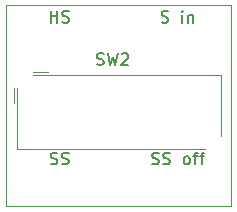
<source format=gto>
G04 #@! TF.GenerationSoftware,KiCad,Pcbnew,6.0.1-79c1e3a40b~116~ubuntu20.04.1*
G04 #@! TF.CreationDate,2022-01-30T07:26:50-05:00*
G04 #@! TF.ProjectId,herovco_switch,6865726f-7663-46f5-9f73-77697463682e,rev?*
G04 #@! TF.SameCoordinates,Original*
G04 #@! TF.FileFunction,Legend,Top*
G04 #@! TF.FilePolarity,Positive*
%FSLAX46Y46*%
G04 Gerber Fmt 4.6, Leading zero omitted, Abs format (unit mm)*
G04 Created by KiCad (PCBNEW 6.0.1-79c1e3a40b~116~ubuntu20.04.1) date 2022-01-30 07:26:50*
%MOMM*%
%LPD*%
G01*
G04 APERTURE LIST*
%ADD10C,0.120000*%
%ADD11C,0.150000*%
G04 APERTURE END LIST*
D10*
X159499999Y-108499999D02*
X140499999Y-108499999D01*
X140499999Y-108499999D02*
X140499999Y-91499999D01*
X159499999Y-91499999D02*
X159499999Y-108499999D01*
X159499999Y-91499999D02*
X140499999Y-91499999D01*
D11*
X144238094Y-104904760D02*
X144380951Y-104952379D01*
X144619046Y-104952379D01*
X144714284Y-104904760D01*
X144761903Y-104857141D01*
X144809522Y-104761903D01*
X144809522Y-104666665D01*
X144761903Y-104571427D01*
X144714284Y-104523808D01*
X144619046Y-104476189D01*
X144428570Y-104428570D01*
X144333332Y-104380951D01*
X144285713Y-104333332D01*
X144238094Y-104238094D01*
X144238094Y-104142856D01*
X144285713Y-104047618D01*
X144333332Y-103999999D01*
X144428570Y-103952379D01*
X144666665Y-103952379D01*
X144809522Y-103999999D01*
X145190475Y-104904760D02*
X145333332Y-104952379D01*
X145571427Y-104952379D01*
X145666665Y-104904760D01*
X145714284Y-104857141D01*
X145761903Y-104761903D01*
X145761903Y-104666665D01*
X145714284Y-104571427D01*
X145666665Y-104523808D01*
X145571427Y-104476189D01*
X145380951Y-104428570D01*
X145285713Y-104380951D01*
X145238094Y-104333332D01*
X145190475Y-104238094D01*
X145190475Y-104142856D01*
X145238094Y-104047618D01*
X145285713Y-103999999D01*
X145380951Y-103952379D01*
X145619046Y-103952379D01*
X145761903Y-103999999D01*
X144238094Y-92952379D02*
X144238094Y-91952379D01*
X144238094Y-92428570D02*
X144809522Y-92428570D01*
X144809522Y-92952379D02*
X144809522Y-91952379D01*
X145238094Y-92904760D02*
X145380951Y-92952379D01*
X145619046Y-92952379D01*
X145714284Y-92904760D01*
X145761903Y-92857141D01*
X145809522Y-92761903D01*
X145809522Y-92666665D01*
X145761903Y-92571427D01*
X145714284Y-92523808D01*
X145619046Y-92476189D01*
X145428570Y-92428570D01*
X145333332Y-92380951D01*
X145285713Y-92333332D01*
X145238094Y-92238094D01*
X145238094Y-92142856D01*
X145285713Y-92047618D01*
X145333332Y-91999999D01*
X145428570Y-91952379D01*
X145666665Y-91952379D01*
X145809522Y-91999999D01*
X152833332Y-104904760D02*
X152976189Y-104952379D01*
X153214284Y-104952379D01*
X153309522Y-104904760D01*
X153357141Y-104857141D01*
X153404760Y-104761903D01*
X153404760Y-104666665D01*
X153357141Y-104571427D01*
X153309522Y-104523808D01*
X153214284Y-104476189D01*
X153023808Y-104428570D01*
X152928570Y-104380951D01*
X152880951Y-104333332D01*
X152833332Y-104238094D01*
X152833332Y-104142856D01*
X152880951Y-104047618D01*
X152928570Y-103999999D01*
X153023808Y-103952379D01*
X153261903Y-103952379D01*
X153404760Y-103999999D01*
X153785713Y-104904760D02*
X153928570Y-104952379D01*
X154166665Y-104952379D01*
X154261903Y-104904760D01*
X154309522Y-104857141D01*
X154357141Y-104761903D01*
X154357141Y-104666665D01*
X154309522Y-104571427D01*
X154261903Y-104523808D01*
X154166665Y-104476189D01*
X153976189Y-104428570D01*
X153880951Y-104380951D01*
X153833332Y-104333332D01*
X153785713Y-104238094D01*
X153785713Y-104142856D01*
X153833332Y-104047618D01*
X153880951Y-103999999D01*
X153976189Y-103952379D01*
X154214284Y-103952379D01*
X154357141Y-103999999D01*
X155690475Y-104952379D02*
X155595237Y-104904760D01*
X155547618Y-104857141D01*
X155499999Y-104761903D01*
X155499999Y-104476189D01*
X155547618Y-104380951D01*
X155595237Y-104333332D01*
X155690475Y-104285713D01*
X155833332Y-104285713D01*
X155928570Y-104333332D01*
X155976189Y-104380951D01*
X156023808Y-104476189D01*
X156023808Y-104761903D01*
X155976189Y-104857141D01*
X155928570Y-104904760D01*
X155833332Y-104952379D01*
X155690475Y-104952379D01*
X156309522Y-104285713D02*
X156690475Y-104285713D01*
X156452379Y-104952379D02*
X156452379Y-104095237D01*
X156499999Y-103999999D01*
X156595237Y-103952379D01*
X156690475Y-103952379D01*
X156880951Y-104285713D02*
X157261903Y-104285713D01*
X157023808Y-104952379D02*
X157023808Y-104095237D01*
X157071427Y-103999999D01*
X157166665Y-103952379D01*
X157261903Y-103952379D01*
X153642856Y-92904760D02*
X153785713Y-92952379D01*
X154023808Y-92952379D01*
X154119046Y-92904760D01*
X154166665Y-92857141D01*
X154214284Y-92761903D01*
X154214284Y-92666665D01*
X154166665Y-92571427D01*
X154119046Y-92523808D01*
X154023808Y-92476189D01*
X153833332Y-92428570D01*
X153738094Y-92380951D01*
X153690475Y-92333332D01*
X153642856Y-92238094D01*
X153642856Y-92142856D01*
X153690475Y-92047618D01*
X153738094Y-91999999D01*
X153833332Y-91952379D01*
X154071427Y-91952379D01*
X154214284Y-91999999D01*
X155404760Y-92952379D02*
X155404760Y-92285713D01*
X155404760Y-91952379D02*
X155357141Y-91999999D01*
X155404760Y-92047618D01*
X155452379Y-91999999D01*
X155404760Y-91952379D01*
X155404760Y-92047618D01*
X155880951Y-92285713D02*
X155880951Y-92952379D01*
X155880951Y-92380951D02*
X155928570Y-92333332D01*
X156023808Y-92285713D01*
X156166665Y-92285713D01*
X156261903Y-92333332D01*
X156309522Y-92428570D01*
X156309522Y-92952379D01*
G04 #@! TO.C,SW2*
X148166665Y-96500160D02*
X148309522Y-96547779D01*
X148547618Y-96547779D01*
X148642856Y-96500160D01*
X148690475Y-96452541D01*
X148738094Y-96357303D01*
X148738094Y-96262065D01*
X148690475Y-96166827D01*
X148642856Y-96119208D01*
X148547618Y-96071589D01*
X148357141Y-96023970D01*
X148261903Y-95976351D01*
X148214284Y-95928732D01*
X148166665Y-95833494D01*
X148166665Y-95738256D01*
X148214284Y-95643018D01*
X148261903Y-95595399D01*
X148357141Y-95547779D01*
X148595237Y-95547779D01*
X148738094Y-95595399D01*
X149071427Y-95547779D02*
X149309522Y-96547779D01*
X149499999Y-95833494D01*
X149690475Y-96547779D01*
X149928570Y-95547779D01*
X150261903Y-95643018D02*
X150309522Y-95595399D01*
X150404760Y-95547779D01*
X150642856Y-95547779D01*
X150738094Y-95595399D01*
X150785713Y-95643018D01*
X150833332Y-95738256D01*
X150833332Y-95833494D01*
X150785713Y-95976351D01*
X150214284Y-96547779D01*
X150833332Y-96547779D01*
D10*
X141438199Y-103620399D02*
X141438199Y-98520399D01*
X141438199Y-103620399D02*
X157288199Y-103620399D01*
X142788199Y-97420399D02*
X158638199Y-97420399D01*
X141138199Y-99720399D02*
X141138199Y-98520399D01*
X142788199Y-97120399D02*
X143988199Y-97120399D01*
X158638199Y-97420399D02*
X158638199Y-102520399D01*
G04 #@! TD*
M02*

</source>
